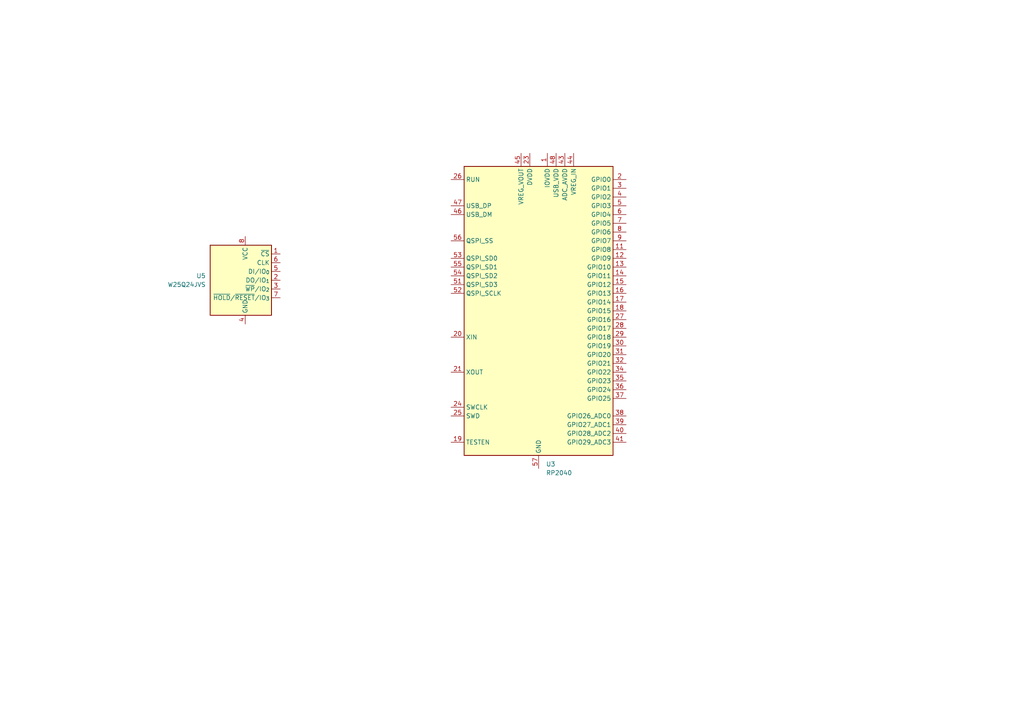
<source format=kicad_sch>
(kicad_sch (version 20250114) (generator "eeschema") (generator_version "9.0")
  (paper "A4")
  (lib_symbols
    (symbol "MCU_RaspberryPi:RP2040"
      (property "Reference" "U" (at 17.78 45.72 0))
      (property "Value" "RP2040" (at 17.78 43.18 0))
      (symbol "RP2040_0_1"
        (rectangle (start -21.59 41.91) (end 21.59 -41.91) (stroke (width 0.254)) (fill (type background)))
      )
      (symbol "RP2040_1_1"
        (pin input line (at -25.4 38.1 0) (length 3.81) (name "RUN") (number "26"))
        (pin bidirectional line (at -25.4 30.48 0) (length 3.81) (name "USB_DP") (number "47"))
        (pin bidirectional line (at -25.4 27.94 0) (length 3.81) (name "USB_DM") (number "46"))
        (pin bidirectional line (at -25.4 20.32 0) (length 3.81) (name "QSPI_SS") (number "56"))
        (pin bidirectional line (at -25.4 15.24 0) (length 3.81) (name "QSPI_SD0") (number "53"))
        (pin bidirectional line (at -25.4 12.7 0) (length 3.81) (name "QSPI_SD1") (number "55"))
        (pin bidirectional line (at -25.4 10.16 0) (length 3.81) (name "QSPI_SD2") (number "54"))
        (pin bidirectional line (at -25.4 7.62 0) (length 3.81) (name "QSPI_SD3") (number "51"))
        (pin output line (at -25.4 5.08 0) (length 3.81) (name "QSPI_SCLK") (number "52"))
        (pin input line (at -25.4 -7.62 0) (length 3.81) (name "XIN") (number "20"))
        (pin passive line (at -25.4 -17.78 0) (length 3.81) (name "XOUT") (number "21"))
        (pin input line (at -25.4 -27.94 0) (length 3.81) (name "SWCLK") (number "24"))
        (pin bidirectional line (at -25.4 -30.48 0) (length 3.81) (name "SWD") (number "25"))
        (pin input line (at -25.4 -38.1 0) (length 3.81) (name "TESTEN") (number "19"))
        (pin power_out line (at -5.08 45.72 270) (length 3.81) (name "VREG_VOUT") (number "45"))
        (pin power_in line (at -2.54 45.72 270) (length 3.81) (name "DVDD") (number "23"))
        (pin passive line (at -2.54 45.72 270) (length 3.81) (hide yes) (name "DVDD") (number "50"))
        (pin power_in line (at 0 -45.72 90) (length 3.81) (name "GND") (number "57"))
        (pin power_in line (at 2.54 45.72 270) (length 3.81) (name "IOVDD") (number "1"))
        (pin passive line (at 2.54 45.72 270) (length 3.81) (hide yes) (name "IOVDD") (number "10"))
        (pin passive line (at 2.54 45.72 270) (length 3.81) (hide yes) (name "IOVDD") (number "22"))
        (pin passive line (at 2.54 45.72 270) (length 3.81) (hide yes) (name "IOVDD") (number "33"))
        (pin passive line (at 2.54 45.72 270) (length 3.81) (hide yes) (name "IOVDD") (number "42"))
        (pin passive line (at 2.54 45.72 270) (length 3.81) (hide yes) (name "IOVDD") (number "49"))
        (pin power_in line (at 5.08 45.72 270) (length 3.81) (name "USB_VDD") (number "48"))
        (pin power_in line (at 7.62 45.72 270) (length 3.81) (name "ADC_AVDD") (number "43"))
        (pin power_in line (at 10.16 45.72 270) (length 3.81) (name "VREG_IN") (number "44"))
        (pin bidirectional line (at 25.4 38.1 180) (length 3.81) (name "GPIO0") (number "2"))
        (pin bidirectional line (at 25.4 35.56 180) (length 3.81) (name "GPIO1") (number "3"))
        (pin bidirectional line (at 25.4 33.02 180) (length 3.81) (name "GPIO2") (number "4"))
        (pin bidirectional line (at 25.4 30.48 180) (length 3.81) (name "GPIO3") (number "5"))
        (pin bidirectional line (at 25.4 27.94 180) (length 3.81) (name "GPIO4") (number "6"))
        (pin bidirectional line (at 25.4 25.4 180) (length 3.81) (name "GPIO5") (number "7"))
        (pin bidirectional line (at 25.4 22.86 180) (length 3.81) (name "GPIO6") (number "8"))
        (pin bidirectional line (at 25.4 20.32 180) (length 3.81) (name "GPIO7") (number "9"))
        (pin bidirectional line (at 25.4 17.78 180) (length 3.81) (name "GPIO8") (number "11"))
        (pin bidirectional line (at 25.4 15.24 180) (length 3.81) (name "GPIO9") (number "12"))
        (pin bidirectional line (at 25.4 12.7 180) (length 3.81) (name "GPIO10") (number "13"))
        (pin bidirectional line (at 25.4 10.16 180) (length 3.81) (name "GPIO11") (number "14"))
        (pin bidirectional line (at 25.4 7.62 180) (length 3.81) (name "GPIO12") (number "15"))
        (pin bidirectional line (at 25.4 5.08 180) (length 3.81) (name "GPIO13") (number "16"))
        (pin bidirectional line (at 25.4 2.54 180) (length 3.81) (name "GPIO14") (number "17"))
        (pin bidirectional line (at 25.4 0 180) (length 3.81) (name "GPIO15") (number "18"))
        (pin bidirectional line (at 25.4 -2.54 180) (length 3.81) (name "GPIO16") (number "27"))
        (pin bidirectional line (at 25.4 -5.08 180) (length 3.81) (name "GPIO17") (number "28"))
        (pin bidirectional line (at 25.4 -7.62 180) (length 3.81) (name "GPIO18") (number "29"))
        (pin bidirectional line (at 25.4 -10.16 180) (length 3.81) (name "GPIO19") (number "30"))
        (pin bidirectional line (at 25.4 -12.7 180) (length 3.81) (name "GPIO20") (number "31"))
        (pin bidirectional line (at 25.4 -15.24 180) (length 3.81) (name "GPIO21") (number "32"))
        (pin bidirectional line (at 25.4 -17.78 180) (length 3.81) (name "GPIO22") (number "34"))
        (pin bidirectional line (at 25.4 -20.32 180) (length 3.81) (name "GPIO23") (number "35"))
        (pin bidirectional line (at 25.4 -22.86 180) (length 3.81) (name "GPIO24") (number "36"))
        (pin bidirectional line (at 25.4 -25.4 180) (length 3.81) (name "GPIO25") (number "37"))
        (pin bidirectional line (at 25.4 -30.48 180) (length 3.81) (name "GPIO26_ADC0") (number "38"))
        (pin bidirectional line (at 25.4 -33.02 180) (length 3.81) (name "GPIO27_ADC1") (number "39"))
        (pin bidirectional line (at 25.4 -35.56 180) (length 3.81) (name "GPIO28_ADC2") (number "40"))
        (pin bidirectional line (at 25.4 -38.1 180) (length 3.81) (name "GPIO29_ADC3") (number "41"))
      )
    )
    (symbol "Memory_Flash:W25Q32JVSS"
      (property "Reference" "U" (at -6.35 11.43 0))
      (property "Value" "W25Q32JVSS" (at 7.62 11.43 0))
      (symbol "W25Q32JVSS_0_1"
        (rectangle (start -7.62 10.16) (end 10.16 -10.16) (stroke (width 0.254)) (fill (type background)))
      )
      (symbol "W25Q32JVSS_1_1"
        (pin input line (at -10.16 7.62 0) (length 2.54) (name "~{CS}") (number "1"))
        (pin input line (at -10.16 5.08 0) (length 2.54) (name "CLK") (number "6"))
        (pin bidirectional line (at -10.16 2.54 0) (length 2.54) (name "DI/IO_{0}") (number "5"))
        (pin bidirectional line (at -10.16 0 0) (length 2.54) (name "DO/IO_{1}") (number "2"))
        (pin bidirectional line (at -10.16 -2.54 0) (length 2.54) (name "~{WP}/IO_{2}") (number "3"))
        (pin bidirectional line (at -10.16 -5.08 0) (length 2.54) (name "~{HOLD}/~{RESET}/IO_{3}") (number "7"))
        (pin power_in line (at 0 12.7 270) (length 2.54) (name "VCC") (number "8"))
        (pin power_in line (at 0 -12.7 90) (length 2.54) (name "GND") (number "4"))
      )
    )
  )
  (symbol (lib_id "MCU_RaspberryPi:RP2040") (at 156.21 90.17 0) (unit 1)
    (property "Reference" "U3" (at 158.3533 134.62 0) (effects (justify left)))
    (property "Value" "RP2040" (at 158.3533 137.16 0) (effects (justify left)))
    (property "Footprint" "Package_DFN_QFN:QFN-56-1EP_7x7mm_P0.4mm_EP3.2x3.2mm" (effects (hide yes)))
    (property "Datasheet" "https://datasheets.raspberrypi.com/rp2040/rp2040-datasheet.pdf" (effects (hide yes)))
    (property "Description" "A microcontroller by Raspberry Pi" (effects (hide yes)))
  )
  (symbol (lib_id "Memory_Flash:W25Q32JVSS") (at 71.12 81.28 0) (mirror y) (unit 1)
    (property "Reference" "U5" (at 59.69 80.0099 0) (effects (justify left)))
    (property "Value" "W25Q24JVS" (at 59.69 82.5499 0) (effects (justify left)))
    (property "Footprint" "Package_SO:SOIC-8_5.3x5.3mm_P1.27mm" (effects (hide yes)))
    (property "Datasheet" "http://www.winbond.com/resource-files/w25q32jv%20revg%2003272018%20plus.pdf" (effects (hide yes)))
    (property "Description" "32Mbit / 4MiB Serial Flash Memory, Standard/Dual/Quad SPI, 2.7-3.6V, SOIC-8 (208 mil)" (effects (hide yes)))
  )
)
</source>
